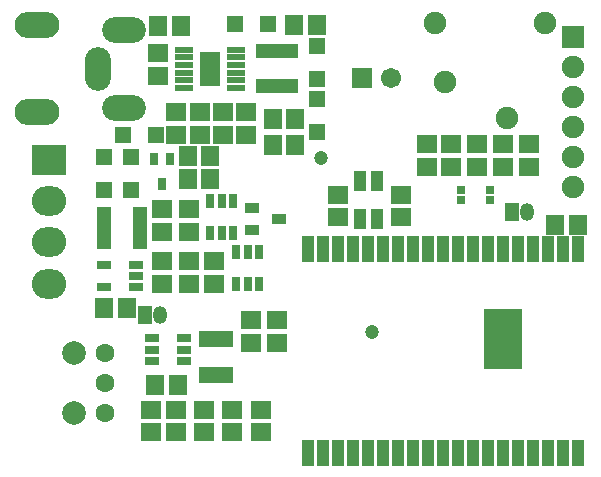
<source format=gbr>
G04 DipTrace 3.3.1.3*
G04 TopMask.gbr*
%MOIN*%
G04 #@! TF.FileFunction,Soldermask,Top*
G04 #@! TF.Part,Single*
%AMOUTLINE1*
4,1,4,
0.027638,-0.027638,
-0.027638,-0.027638,
-0.027638,0.027638,
0.027638,0.027638,
0.027638,-0.027638,
0*%
%ADD92C,0.047402*%
%ADD94R,0.126142X0.204882*%
%ADD96R,0.043465X0.086772*%
%ADD98C,0.078898*%
%ADD100C,0.06315*%
%ADD102R,0.031654X0.051339*%
%ADD104R,0.071024X0.118268*%
%ADD106R,0.06315X0.019843*%
%ADD112R,0.051339X0.031654*%
%ADD116R,0.027717X0.027717*%
%ADD118R,0.027717X0.041496*%
%ADD120R,0.04937X0.033622*%
%ADD122R,0.051339X0.14189*%
%ADD124R,0.114331X0.053307*%
%ADD126R,0.14189X0.051339*%
%ADD130O,0.047402X0.059213*%
%ADD132R,0.047402X0.059213*%
%ADD138O,0.114331X0.098583*%
%ADD140R,0.114331X0.098583*%
%ADD142C,0.067402*%
%ADD144R,0.067402X0.067402*%
%ADD146R,0.074961X0.074961*%
%ADD148C,0.074961*%
%ADD150O,0.149764X0.086772*%
%ADD152O,0.086772X0.145827*%
%ADD154O,0.145827X0.086772*%
%ADD156R,0.039528X0.071024*%
%ADD160R,0.055276X0.055276*%
%ADD162R,0.059213X0.067087*%
%ADD164R,0.067087X0.059213*%
%ADD170OUTLINE1*%
%FSLAX26Y26*%
G04*
G70*
G90*
G75*
G01*
G04 TopMask*
%LPD*%
D92*
X1463724Y1457008D3*
X1633016Y878268D3*
D164*
X1314118Y917638D3*
Y842835D3*
D162*
X920417Y1897953D3*
X995220D3*
D164*
X1058213Y1610551D3*
Y1535748D3*
D162*
X1373173Y1901890D3*
X1447976D3*
X1377110Y1500315D3*
X1302307D3*
X2243252Y1236535D3*
X2318055D3*
D164*
X2070024Y1429449D3*
Y1504252D3*
D162*
X739315Y957008D3*
X814118D3*
D164*
X932228Y1287717D3*
Y1212913D3*
X1105457Y1114488D3*
Y1039685D3*
X1164512Y618425D3*
Y543622D3*
X1227504Y917638D3*
Y842835D3*
D162*
X909449Y700988D3*
X984252D3*
D164*
X1262937Y618425D3*
Y543622D3*
X1073961Y618425D3*
Y543622D3*
X920417Y1732598D3*
Y1807402D3*
D160*
X739315Y1350709D3*
Y1460945D3*
X1286559Y1905827D3*
X1176323D3*
X1447976Y1831024D3*
Y1720787D3*
Y1543622D3*
Y1653858D3*
X829866Y1460945D3*
Y1350709D3*
D156*
X1593646Y1256220D3*
Y1382205D3*
X1648764Y1256220D3*
Y1382205D3*
D170*
X802308Y1533783D3*
X912545D3*
D154*
X806244Y1626299D3*
D152*
X719630Y1756220D3*
D154*
X806244Y1886142D3*
D150*
X514906Y1901890D3*
Y1610551D3*
D148*
X2207819Y1909764D3*
X2081835Y1590866D3*
X1877110Y1712913D3*
X1841677Y1909764D3*
D146*
X2302307Y1862520D3*
D148*
Y1762520D3*
Y1662520D3*
Y1562520D3*
Y1462520D3*
Y1362520D3*
D144*
X1597585Y1724724D3*
D142*
X1696005D3*
D140*
X554276Y1453071D3*
D138*
Y1315276D3*
Y1177480D3*
Y1039685D3*
D132*
X875732Y935945D3*
D130*
X925732D3*
D132*
X2098764Y1279843D3*
D130*
X2148764D3*
D126*
X1314118Y1815276D3*
Y1697165D3*
D124*
X1113331Y854646D3*
Y736535D3*
D122*
X739336Y1224724D3*
X857446D3*
D120*
X1231441Y1291654D3*
Y1216850D3*
X1321992Y1254252D3*
D118*
X957822Y1455039D3*
X906635D3*
X932228Y1372362D3*
D164*
X980524Y618425D3*
Y543622D3*
X895328D3*
Y618425D3*
X979472Y1610551D3*
Y1535748D3*
X1518843Y1334961D3*
Y1260157D3*
X1727504Y1334961D3*
Y1260157D3*
D162*
X1377110Y1586929D3*
X1302307D3*
D164*
X1213724Y1535748D3*
Y1610551D3*
X1136953Y1535748D3*
Y1610551D3*
X1022780Y1287717D3*
Y1212913D3*
D162*
X1018843Y1388110D3*
X1093646D3*
D164*
X1022780Y1114488D3*
Y1039685D3*
X2156638Y1504252D3*
Y1429449D3*
X1983409D3*
Y1504252D3*
X1814118D3*
Y1429449D3*
X1896795D3*
Y1504252D3*
X932228Y1114488D3*
Y1039685D3*
D162*
X1093646Y1464882D3*
X1018843D3*
D116*
X2026717Y1350709D3*
Y1319213D3*
X1928291D3*
Y1350709D3*
D112*
X1006213Y782004D3*
Y819406D3*
Y856807D3*
X899913D3*
Y819406D3*
Y782004D3*
D106*
X1007031Y1819213D3*
Y1793622D3*
Y1768031D3*
Y1742441D3*
Y1716850D3*
Y1691260D3*
X1180260D3*
Y1716850D3*
Y1742441D3*
Y1768031D3*
Y1793622D3*
Y1819213D3*
D104*
X1093646Y1755236D3*
D102*
X1180260Y1039685D3*
X1217661D3*
X1255063D3*
Y1145984D3*
X1217661D3*
X1180260D3*
D100*
X741283Y606614D3*
Y706614D3*
Y806614D3*
D98*
X638134Y606614D3*
Y806614D3*
D96*
X2318055Y1153858D3*
X2268055Y1154252D3*
X2218055D3*
X2168055D3*
X2118055D3*
X2068055D3*
X2018055D3*
X1968055D3*
X1918055D3*
X1868055D3*
X1818055D3*
X1768055D3*
X1718055D3*
X1668055D3*
X1668436Y476218D3*
X1718436D3*
X1768436D3*
X1818434D3*
X1868436D3*
X1418436D3*
X1468436D3*
X1518436D3*
X1568436D3*
X1618436D3*
X1918094Y476220D3*
X1968094D3*
X2018094D3*
X2068094D3*
X2118094D3*
X2168094D3*
X2218094D3*
X2268094D3*
X2318094D3*
D94*
X2069945Y853858D3*
D96*
X1618395Y1154248D3*
X1568395D3*
X1518395D3*
X1468395D3*
X1418395D3*
D102*
X1168449Y1315276D3*
X1131047D3*
X1093646D3*
Y1208976D3*
X1131047D3*
X1168449D3*
D112*
X845614Y1027874D3*
Y1065276D3*
Y1102677D3*
X739315D3*
Y1027874D3*
M02*

</source>
